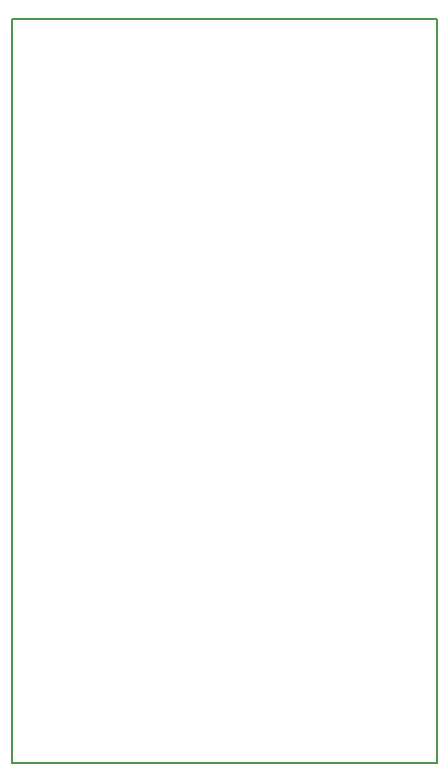
<source format=gbr>
G04 #@! TF.GenerationSoftware,KiCad,Pcbnew,6.0.4-6f826c9f35~116~ubuntu20.04.1*
G04 #@! TF.CreationDate,2022-06-15T17:18:02-05:00*
G04 #@! TF.ProjectId,strike-controller,73747269-6b65-42d6-936f-6e74726f6c6c,rev?*
G04 #@! TF.SameCoordinates,Original*
G04 #@! TF.FileFunction,Profile,NP*
%FSLAX46Y46*%
G04 Gerber Fmt 4.6, Leading zero omitted, Abs format (unit mm)*
G04 Created by KiCad (PCBNEW 6.0.4-6f826c9f35~116~ubuntu20.04.1) date 2022-06-15 17:18:02*
%MOMM*%
%LPD*%
G01*
G04 APERTURE LIST*
G04 #@! TA.AperFunction,Profile*
%ADD10C,0.150000*%
G04 #@! TD*
G04 APERTURE END LIST*
D10*
X130510000Y-117930000D02*
X166510000Y-117920000D01*
X166510000Y-117920000D02*
X166510000Y-54920000D01*
X130495840Y-54930600D02*
X130510000Y-117930000D01*
X166510000Y-54920000D02*
X130495840Y-54930600D01*
M02*

</source>
